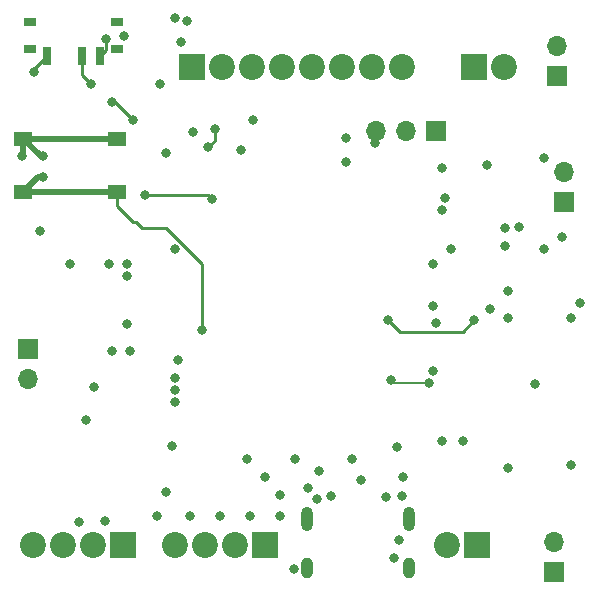
<source format=gbr>
%TF.GenerationSoftware,KiCad,Pcbnew,7.0.7*%
%TF.CreationDate,2024-03-18T15:08:08-05:00*%
%TF.ProjectId,rev2,72657632-2e6b-4696-9361-645f70636258,rev?*%
%TF.SameCoordinates,Original*%
%TF.FileFunction,Copper,L4,Bot*%
%TF.FilePolarity,Positive*%
%FSLAX46Y46*%
G04 Gerber Fmt 4.6, Leading zero omitted, Abs format (unit mm)*
G04 Created by KiCad (PCBNEW 7.0.7) date 2024-03-18 15:08:08*
%MOMM*%
%LPD*%
G01*
G04 APERTURE LIST*
%TA.AperFunction,ComponentPad*%
%ADD10O,1.000000X2.100000*%
%TD*%
%TA.AperFunction,ComponentPad*%
%ADD11O,1.000000X1.800000*%
%TD*%
%TA.AperFunction,ComponentPad*%
%ADD12R,2.200000X2.200000*%
%TD*%
%TA.AperFunction,ComponentPad*%
%ADD13C,2.200000*%
%TD*%
%TA.AperFunction,SMDPad,CuDef*%
%ADD14R,1.550000X1.300000*%
%TD*%
%TA.AperFunction,ComponentPad*%
%ADD15R,1.700000X1.700000*%
%TD*%
%TA.AperFunction,ComponentPad*%
%ADD16O,1.700000X1.700000*%
%TD*%
%TA.AperFunction,SMDPad,CuDef*%
%ADD17R,1.000000X0.800000*%
%TD*%
%TA.AperFunction,SMDPad,CuDef*%
%ADD18R,0.700000X1.500000*%
%TD*%
%TA.AperFunction,ViaPad*%
%ADD19C,0.800000*%
%TD*%
%TA.AperFunction,Conductor*%
%ADD20C,0.500000*%
%TD*%
%TA.AperFunction,Conductor*%
%ADD21C,0.250000*%
%TD*%
%TA.AperFunction,Conductor*%
%ADD22C,0.127000*%
%TD*%
G04 APERTURE END LIST*
D10*
%TO.P,J9,S1,SHIELD*%
%TO.N,GND*%
X135888000Y-116819000D03*
D11*
X135888000Y-120999000D03*
D10*
X144528000Y-116819000D03*
D11*
X144528000Y-120999000D03*
%TD*%
D12*
%TO.P,J2,1,Pin_1*%
%TO.N,/CAN1+*%
X149980000Y-78500000D03*
D13*
%TO.P,J2,2,Pin_2*%
%TO.N,/CAN1-*%
X152520000Y-78500000D03*
%TD*%
D14*
%TO.P,SW1,1,1*%
%TO.N,GND*%
X119804000Y-84618000D03*
X111844000Y-84618000D03*
%TO.P,SW1,2,2*%
%TO.N,NRST*%
X119804000Y-89118000D03*
X111844000Y-89118000D03*
%TD*%
D15*
%TO.P,J3,1,Pin_1*%
%TO.N,/CAN2-*%
X156750000Y-121275000D03*
D16*
%TO.P,J3,2,Pin_2*%
%TO.N,/CAN2+*%
X156750000Y-118735000D03*
%TD*%
D12*
%TO.P,J6,1,Pin_1*%
%TO.N,linpot4*%
X120269000Y-118999000D03*
D13*
%TO.P,J6,2,Pin_2*%
%TO.N,linpot3*%
X117729000Y-118999000D03*
%TO.P,J6,3,Pin_3*%
%TO.N,linpot2*%
X115189000Y-118999000D03*
%TO.P,J6,4,Pin_4*%
%TO.N,linpot1*%
X112649000Y-118999000D03*
%TD*%
D15*
%TO.P,J5,1,Pin_1*%
%TO.N,+3.3V*%
X112268000Y-102407800D03*
D16*
%TO.P,J5,2,Pin_2*%
%TO.N,GND*%
X112268000Y-104947800D03*
%TD*%
D12*
%TO.P,J4,1,Pin_1*%
%TO.N,/CAN2+*%
X150270000Y-119000000D03*
D13*
%TO.P,J4,2,Pin_2*%
%TO.N,/CAN2-*%
X147730000Y-119000000D03*
%TD*%
D15*
%TO.P,J12,1,Pin_1*%
%TO.N,+5V*%
X157581600Y-89971800D03*
D16*
%TO.P,J12,2,Pin_2*%
%TO.N,GND*%
X157581600Y-87431800D03*
%TD*%
D15*
%TO.P,J1,1,Pin_1*%
%TO.N,/CAN1-*%
X157000000Y-79275000D03*
D16*
%TO.P,J1,2,Pin_2*%
%TO.N,/CAN1+*%
X157000000Y-76735000D03*
%TD*%
D12*
%TO.P,J10,1,Pin_1*%
%TO.N,GPIO6*%
X126090000Y-78500000D03*
D13*
%TO.P,J10,2,Pin_2*%
%TO.N,GPIO5*%
X128630000Y-78500000D03*
%TO.P,J10,3,Pin_3*%
%TO.N,GPIO4*%
X131170000Y-78500000D03*
%TO.P,J10,4,Pin_4*%
%TO.N,GPIO3*%
X133710000Y-78500000D03*
%TO.P,J10,5,Pin_5*%
%TO.N,GPIO2*%
X136250000Y-78500000D03*
%TO.P,J10,6,Pin_6*%
%TO.N,GPIO1*%
X138790000Y-78500000D03*
%TO.P,J10,7,Pin_7*%
%TO.N,GPIO8*%
X141330000Y-78500000D03*
%TO.P,J10,8,Pin_8*%
%TO.N,GPIO7*%
X143870000Y-78500000D03*
%TD*%
D12*
%TO.P,J7,1,Pin_1*%
%TO.N,A4*%
X132290000Y-119000000D03*
D13*
%TO.P,J7,2,Pin_2*%
%TO.N,A3*%
X129750000Y-119000000D03*
%TO.P,J7,3,Pin_3*%
%TO.N,A2*%
X127210000Y-119000000D03*
%TO.P,J7,4,Pin_4*%
%TO.N,A1*%
X124670000Y-119000000D03*
%TD*%
D15*
%TO.P,J11,1,Pin_1*%
%TO.N,SYS_JTMS_SWDIO*%
X146761200Y-83921600D03*
D16*
%TO.P,J11,2,Pin_2*%
%TO.N,SYS_JTCK_SWCLK*%
X144221200Y-83921600D03*
%TO.P,J11,3,Pin_3*%
%TO.N,GND*%
X141681200Y-83921600D03*
%TD*%
D17*
%TO.P,SW2,*%
%TO.N,*%
X112428000Y-74770000D03*
X112428000Y-76980000D03*
X119728000Y-74770000D03*
X119728000Y-76980000D03*
D18*
%TO.P,SW2,1,A*%
%TO.N,+3.3V*%
X113828000Y-77630000D03*
%TO.P,SW2,2,B*%
%TO.N,Net-(SW2-B)*%
X116828000Y-77630000D03*
%TO.P,SW2,3,C*%
%TO.N,GND*%
X118328000Y-77630000D03*
%TD*%
D19*
%TO.N,GND*%
X143900000Y-114900000D03*
X120650000Y-95250000D03*
X143256000Y-120142000D03*
X123190000Y-116586000D03*
X152908000Y-99822000D03*
X118750000Y-117000000D03*
X113284000Y-92456000D03*
X125730000Y-74676000D03*
X132334000Y-113284000D03*
X140462000Y-113538000D03*
X135940800Y-114198400D03*
X118818130Y-76142498D03*
X141579600Y-84988400D03*
X136700000Y-115100000D03*
X146558000Y-98806000D03*
X124714000Y-74422000D03*
X143662400Y-118618000D03*
X155956000Y-86258400D03*
X155194000Y-105410000D03*
X117856000Y-105664000D03*
X147320000Y-87122000D03*
X116586000Y-117094000D03*
X158242000Y-112268000D03*
X144018000Y-113284000D03*
X115824000Y-95250000D03*
X124392314Y-110595884D03*
X153822400Y-92100400D03*
X125984000Y-116586000D03*
X113538000Y-86106000D03*
X151130000Y-86868000D03*
X130810000Y-111760000D03*
X120650000Y-96266000D03*
X146500000Y-104250000D03*
X148082000Y-93980000D03*
X152654000Y-93726000D03*
X111760000Y-86106000D03*
X158242000Y-99822000D03*
X152908000Y-112522000D03*
X131064000Y-116586000D03*
X149098000Y-110236000D03*
X134721600Y-121005600D03*
X125222000Y-76454000D03*
X128524000Y-116586000D03*
X131318000Y-83058000D03*
X139192000Y-86614000D03*
X152654000Y-92202000D03*
X147320000Y-90678000D03*
X136906000Y-112776000D03*
X126238000Y-84074000D03*
X133604000Y-114808000D03*
X123437451Y-80016549D03*
X117103650Y-108448350D03*
X119126000Y-95250000D03*
X133604000Y-116586000D03*
%TO.N,NRST*%
X113538000Y-87884000D03*
X127000000Y-100838000D03*
X124968000Y-103378000D03*
%TO.N,+3.3V*%
X123952000Y-114554000D03*
X147574000Y-89662000D03*
X139192000Y-84582000D03*
X146750000Y-100250000D03*
X124718299Y-104906299D03*
X124714000Y-105918000D03*
X124709701Y-93984299D03*
X120396000Y-75946000D03*
X119380000Y-102616000D03*
X146558000Y-95250000D03*
X120904000Y-102616000D03*
X112776000Y-78994000D03*
X123952000Y-85852000D03*
X124714000Y-106934000D03*
X134874000Y-111760000D03*
X130302000Y-85598000D03*
X120650000Y-100330000D03*
X139700000Y-111760000D03*
X155956000Y-93980000D03*
X157480000Y-92964000D03*
X143510000Y-110744000D03*
%TO.N,+5V*%
X152908000Y-97536000D03*
X151384000Y-99060000D03*
X142544800Y-114909600D03*
X147320000Y-110236500D03*
X137871200Y-114858800D03*
X159004000Y-98552000D03*
%TO.N,BOOT0*%
X122174000Y-89408000D03*
X127770762Y-89728767D03*
%TO.N,Net-(SW2-B)*%
X117602000Y-80010000D03*
%TO.N,/STMPS2151STR_EN*%
X150000000Y-100000000D03*
X142750000Y-100000000D03*
%TO.N,/STMPS2151STR_FAULT*%
X146202400Y-105257600D03*
X143000000Y-105000000D03*
%TO.N,/LSM_SDO*%
X128024952Y-83811048D03*
X127508000Y-85344000D03*
%TO.N,/LSM_CS*%
X121158000Y-83058000D03*
X119380000Y-81534000D03*
%TD*%
D20*
%TO.N,GND*%
X111844000Y-84618000D02*
X119804000Y-84618000D01*
X111844000Y-84618000D02*
X111844000Y-86022000D01*
D21*
X118818130Y-76142498D02*
X118818130Y-77139870D01*
D20*
X111844000Y-86022000D02*
X111760000Y-86106000D01*
X113332000Y-86106000D02*
X111844000Y-84618000D01*
X113538000Y-86106000D02*
X113332000Y-86106000D01*
D21*
X118818130Y-77139870D02*
X118328000Y-77630000D01*
%TO.N,NRST*%
X124968000Y-103632000D02*
X124968000Y-103378000D01*
X127000000Y-100838000D02*
X127000000Y-95250000D01*
D20*
X113078000Y-87884000D02*
X111844000Y-89118000D01*
D21*
X121375000Y-91657000D02*
X121111695Y-91657000D01*
D20*
X119804000Y-89118000D02*
X111844000Y-89118000D01*
D21*
X121111695Y-91657000D02*
X119804000Y-90349305D01*
X127000000Y-95250000D02*
X123952000Y-92202000D01*
X121920000Y-92202000D02*
X121375000Y-91657000D01*
X123952000Y-92202000D02*
X121920000Y-92202000D01*
X119804000Y-90349305D02*
X119804000Y-89118000D01*
D20*
X113538000Y-87884000D02*
X113078000Y-87884000D01*
D21*
%TO.N,+3.3V*%
X112776000Y-78994000D02*
X112776000Y-78682000D01*
X112776000Y-78682000D02*
X113828000Y-77630000D01*
%TO.N,BOOT0*%
X127770762Y-89728767D02*
X127449995Y-89408000D01*
X127449995Y-89408000D02*
X122174000Y-89408000D01*
%TO.N,Net-(SW2-B)*%
X116828000Y-79236000D02*
X116828000Y-77630000D01*
X117602000Y-80010000D02*
X116828000Y-79236000D01*
%TO.N,/STMPS2151STR_EN*%
X150000000Y-100000000D02*
X149025000Y-100975000D01*
X149025000Y-100975000D02*
X143725000Y-100975000D01*
X143725000Y-100975000D02*
X142750000Y-100000000D01*
D22*
%TO.N,/STMPS2151STR_FAULT*%
X146202400Y-105257600D02*
X143257600Y-105257600D01*
X143257600Y-105257600D02*
X143000000Y-105000000D01*
D21*
%TO.N,/LSM_SDO*%
X128024952Y-84827048D02*
X127508000Y-85344000D01*
X128024952Y-83811048D02*
X128024952Y-84827048D01*
%TO.N,/LSM_CS*%
X119380000Y-81534000D02*
X119634000Y-81534000D01*
X119634000Y-81534000D02*
X121158000Y-83058000D01*
%TD*%
M02*

</source>
